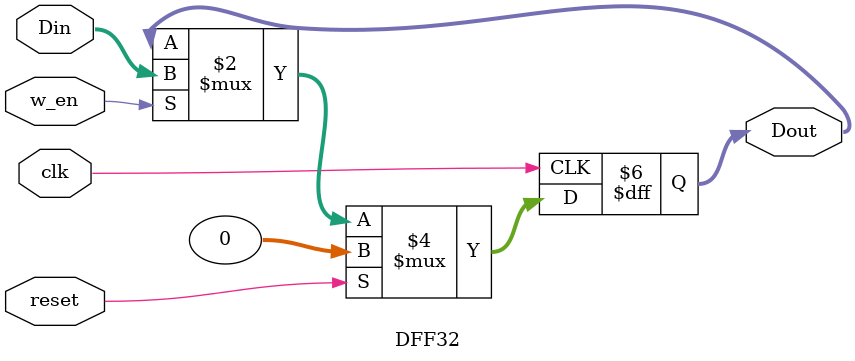
<source format=v>
module DFF32(Dout, Din, clk, reset, w_en);
output reg [31:0] Dout;
input [31:0] Din;
input clk, reset, w_en;

always@(posedge clk)begin
if (reset)
	Dout <= 32'd0;
else
	Dout <= (w_en) ? Din : Dout;
end

endmodule
</source>
